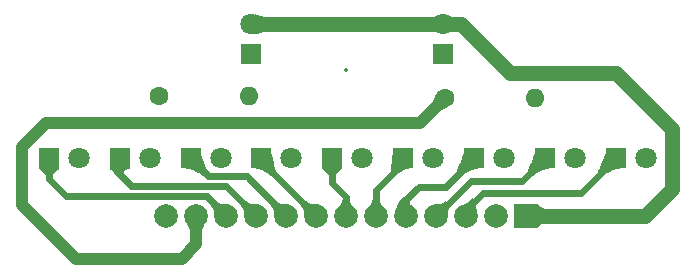
<source format=gbl>
%TF.GenerationSoftware,KiCad,Pcbnew,8.0.1*%
%TF.CreationDate,2024-06-22T15:26:22+02:00*%
%TF.ProjectId,BMW_E30_VFL_SI_Indicator_LED,424d575f-4533-4305-9f56-464c5f53495f,rev?*%
%TF.SameCoordinates,Original*%
%TF.FileFunction,Copper,L2,Bot*%
%TF.FilePolarity,Positive*%
%FSLAX46Y46*%
G04 Gerber Fmt 4.6, Leading zero omitted, Abs format (unit mm)*
G04 Created by KiCad (PCBNEW 8.0.1) date 2024-06-22 15:26:22*
%MOMM*%
%LPD*%
G01*
G04 APERTURE LIST*
%TA.AperFunction,ComponentPad*%
%ADD10R,1.800000X1.800000*%
%TD*%
%TA.AperFunction,ComponentPad*%
%ADD11C,1.800000*%
%TD*%
%TA.AperFunction,ComponentPad*%
%ADD12R,2.000000X2.000000*%
%TD*%
%TA.AperFunction,ComponentPad*%
%ADD13C,2.000000*%
%TD*%
%TA.AperFunction,ComponentPad*%
%ADD14C,1.600000*%
%TD*%
%TA.AperFunction,ComponentPad*%
%ADD15O,1.600000X1.600000*%
%TD*%
%TA.AperFunction,Conductor*%
%ADD16C,0.600000*%
%TD*%
%TA.AperFunction,Conductor*%
%ADD17C,1.000000*%
%TD*%
%TA.AperFunction,Conductor*%
%ADD18C,1.300000*%
%TD*%
%ADD19C,0.350000*%
G04 APERTURE END LIST*
D10*
%TO.P,D5,1,K*%
%TO.N,Net-(D5-K)*%
X149125000Y-85500000D03*
D11*
%TO.P,D5,2,A*%
%TO.N,Net-(D1-A)*%
X151665000Y-85500000D03*
%TD*%
D10*
%TO.P,D9,1,K*%
%TO.N,Net-(D9-K)*%
X125125000Y-85500000D03*
D11*
%TO.P,D9,2,A*%
%TO.N,Net-(D1-A)*%
X127665000Y-85500000D03*
%TD*%
D10*
%TO.P,D11,1,K*%
%TO.N,Net-(D11-K)*%
X142250000Y-76650000D03*
D11*
%TO.P,D11,2,A*%
%TO.N,Net-(D10-A)*%
X142250000Y-74110000D03*
%TD*%
D10*
%TO.P,D1,1,K*%
%TO.N,Net-(D1-K)*%
X173125000Y-85500000D03*
D11*
%TO.P,D1,2,A*%
%TO.N,Net-(D1-A)*%
X175665000Y-85500000D03*
%TD*%
D10*
%TO.P,D4,1,K*%
%TO.N,Net-(D4-K)*%
X155125000Y-85500000D03*
D11*
%TO.P,D4,2,A*%
%TO.N,Net-(D1-A)*%
X157665000Y-85500000D03*
%TD*%
D10*
%TO.P,D10,1,K*%
%TO.N,Net-(D10-K)*%
X158525000Y-76675000D03*
D11*
%TO.P,D10,2,A*%
%TO.N,Net-(D10-A)*%
X158525000Y-74135000D03*
%TD*%
D10*
%TO.P,D6,1,K*%
%TO.N,Net-(D6-K)*%
X143125000Y-85500000D03*
D11*
%TO.P,D6,2,A*%
%TO.N,Net-(D1-A)*%
X145665000Y-85500000D03*
%TD*%
D10*
%TO.P,D7,1,K*%
%TO.N,Net-(D7-K)*%
X137125000Y-85500000D03*
D11*
%TO.P,D7,2,A*%
%TO.N,Net-(D1-A)*%
X139665000Y-85500000D03*
%TD*%
D10*
%TO.P,D8,1,K*%
%TO.N,Net-(D8-K)*%
X131125000Y-85500000D03*
D11*
%TO.P,D8,2,A*%
%TO.N,Net-(D1-A)*%
X133665000Y-85500000D03*
%TD*%
D10*
%TO.P,D3,1,K*%
%TO.N,Net-(D3-K)*%
X161125000Y-85500000D03*
D11*
%TO.P,D3,2,A*%
%TO.N,Net-(D1-A)*%
X163665000Y-85500000D03*
%TD*%
D12*
%TO.P,J1,1,GND_BULB*%
%TO.N,Net-(D10-A)*%
X165540000Y-90360000D03*
D13*
%TO.P,J1,2,GND_LED*%
%TO.N,Net-(D1-A)*%
X163000000Y-90360000D03*
%TO.P,J1,3,LED_R3*%
%TO.N,Net-(D1-K)*%
X160460000Y-90360000D03*
%TO.P,J1,4,LED_R2*%
%TO.N,Net-(D2-K)*%
X157920000Y-90360000D03*
%TO.P,J1,5,LED_R1*%
%TO.N,Net-(D3-K)*%
X155380000Y-90360000D03*
%TO.P,J1,6,LED_Y*%
%TO.N,Net-(D4-K)*%
X152840000Y-90360000D03*
%TO.P,J1,7,LED_G5*%
%TO.N,Net-(D5-K)*%
X150300000Y-90360000D03*
%TO.P,J1,8,LED_G4*%
%TO.N,Net-(D6-K)*%
X147760000Y-90360000D03*
%TO.P,J1,9,LED_G3*%
%TO.N,Net-(D7-K)*%
X145220000Y-90360000D03*
%TO.P,J1,10,LED_G2*%
%TO.N,Net-(D8-K)*%
X142680000Y-90360000D03*
%TO.P,J1,11,LED_G1*%
%TO.N,Net-(D9-K)*%
X140140000Y-90360000D03*
%TO.P,J1,12,BULB_INSPECTION*%
%TO.N,Net-(J1-BULB_INSPECTION)*%
X137600000Y-90360000D03*
%TO.P,J1,13,BULB_OILSERVICE*%
%TO.N,Net-(J1-BULB_OILSERVICE)*%
X135060000Y-90360000D03*
%TD*%
D10*
%TO.P,D2,1,K*%
%TO.N,Net-(D2-K)*%
X167125000Y-85500000D03*
D11*
%TO.P,D2,2,A*%
%TO.N,Net-(D1-A)*%
X169665000Y-85500000D03*
%TD*%
D14*
%TO.P,R2,1*%
%TO.N,Net-(J1-BULB_INSPECTION)*%
X158640000Y-80400000D03*
D15*
%TO.P,R2,2*%
%TO.N,Net-(D10-K)*%
X166260000Y-80400000D03*
%TD*%
D14*
%TO.P,R1,1*%
%TO.N,Net-(J1-BULB_OILSERVICE)*%
X134490000Y-80250000D03*
D15*
%TO.P,R1,2*%
%TO.N,Net-(D11-K)*%
X142110000Y-80250000D03*
%TD*%
D16*
%TO.N,Net-(D1-K)*%
X161901000Y-88410000D02*
X160460000Y-89851000D01*
X160460000Y-89851000D02*
X160460000Y-90360000D01*
X170215000Y-88410000D02*
X161901000Y-88410000D01*
X173125000Y-85500000D02*
X170215000Y-88410000D01*
%TO.N,Net-(D2-K)*%
X160886000Y-87394000D02*
X157920000Y-90360000D01*
X165231000Y-87394000D02*
X160886000Y-87394000D01*
X167125000Y-85500000D02*
X167125000Y-85875000D01*
X167125000Y-85500000D02*
X165231000Y-87394000D01*
%TO.N,Net-(D3-K)*%
X161125000Y-85500000D02*
X158723000Y-87902000D01*
X156440000Y-87902000D02*
X155380000Y-88962000D01*
X155380000Y-88962000D02*
X155380000Y-90360000D01*
X161125000Y-85500000D02*
X161125000Y-85875000D01*
X158723000Y-87902000D02*
X156440000Y-87902000D01*
%TO.N,Net-(D4-K)*%
X155125000Y-85915000D02*
X152840000Y-88200000D01*
X152840000Y-88708000D02*
X152840000Y-90360000D01*
X155125000Y-85500000D02*
X155125000Y-85915000D01*
X152840000Y-88200000D02*
X152840000Y-88708000D01*
%TO.N,Net-(D5-K)*%
X149125000Y-85500000D02*
X149150000Y-85525000D01*
X149125000Y-85500000D02*
X149125000Y-87572000D01*
X149125000Y-87572000D02*
X150300000Y-88747000D01*
X150300000Y-88747000D02*
X150300000Y-90360000D01*
%TO.N,Net-(D6-K)*%
X143125000Y-85725000D02*
X147760000Y-90360000D01*
X143125000Y-85500000D02*
X143125000Y-85725000D01*
%TO.N,Net-(D7-K)*%
X138638000Y-87013000D02*
X141873000Y-87013000D01*
X137125000Y-85500000D02*
X138638000Y-87013000D01*
X141873000Y-87013000D02*
X145220000Y-90360000D01*
%TO.N,Net-(D8-K)*%
X131125000Y-86844000D02*
X132094000Y-87813000D01*
X132094000Y-87813000D02*
X140133000Y-87813000D01*
X131125000Y-85500000D02*
X131125000Y-86844000D01*
X140133000Y-87813000D02*
X142680000Y-90360000D01*
%TO.N,Net-(D9-K)*%
X138494800Y-88714800D02*
X140140000Y-90360000D01*
X125150000Y-85525000D02*
X125150000Y-87250000D01*
X126614800Y-88714800D02*
X138494800Y-88714800D01*
X125150000Y-87250000D02*
X126614800Y-88714800D01*
X125125000Y-85500000D02*
X125150000Y-85525000D01*
D17*
%TO.N,Net-(J1-BULB_INSPECTION)*%
X158640000Y-80400000D02*
X156540000Y-82500000D01*
X124925000Y-82500000D02*
X122900000Y-84525000D01*
X127400000Y-94000000D02*
X136400000Y-94000000D01*
X122900000Y-84525000D02*
X122900000Y-89500000D01*
X136400000Y-94000000D02*
X137600000Y-92800000D01*
X122900000Y-89500000D02*
X127400000Y-94000000D01*
X137600000Y-92800000D02*
X137600000Y-90360000D01*
X156540000Y-82500000D02*
X124925000Y-82500000D01*
D18*
%TO.N,Net-(D10-A)*%
X142300000Y-74160000D02*
X160060000Y-74160000D01*
X173150000Y-78250000D02*
X177900000Y-83000000D01*
X177900000Y-83000000D02*
X177900000Y-88082800D01*
X160060000Y-74160000D02*
X164150000Y-78250000D01*
X164150000Y-78250000D02*
X173150000Y-78250000D01*
X142250000Y-74110000D02*
X142300000Y-74160000D01*
X175622800Y-90360000D02*
X165540000Y-90360000D01*
X177900000Y-88082800D02*
X175622800Y-90360000D01*
%TD*%
%TA.AperFunction,Conductor*%
%TO.N,Net-(D5-K)*%
G36*
X150000000Y-88860000D02*
G01*
X149958622Y-89165152D01*
X149850913Y-89359460D01*
X149701504Y-89512923D01*
X149535028Y-89695542D01*
X149376120Y-89977317D01*
X150300000Y-90361000D01*
X151223880Y-89977317D01*
X151064970Y-89695542D01*
X150898495Y-89512923D01*
X150749086Y-89359460D01*
X150641377Y-89165152D01*
X150600000Y-88860000D01*
X150000000Y-88860000D01*
G37*
%TD.AperFunction*%
%TD*%
%TA.AperFunction,Conductor*%
%TO.N,Net-(D7-K)*%
G36*
X143947208Y-89511472D02*
G01*
X144133725Y-89756505D01*
X144194959Y-89970063D01*
X144197826Y-90184225D01*
X144209241Y-90431072D01*
X144296120Y-90742683D01*
X145220707Y-90360707D01*
X145602683Y-89436120D01*
X145291072Y-89349241D01*
X145044225Y-89337826D01*
X144830063Y-89334959D01*
X144616505Y-89273725D01*
X144371472Y-89087208D01*
X143947208Y-89511472D01*
G37*
%TD.AperFunction*%
%TD*%
%TA.AperFunction,Conductor*%
%TO.N,Net-(D10-A)*%
G36*
X158920027Y-74810000D02*
G01*
X159013030Y-74719286D01*
X158692673Y-74524636D01*
X158203162Y-74342284D01*
X157788704Y-74288465D01*
X157693508Y-74479415D01*
X158526000Y-74135000D01*
X157693508Y-74479415D01*
X158010976Y-74655913D01*
X158479594Y-74450163D01*
X158912130Y-74059222D01*
X159121352Y-73680148D01*
X158920027Y-73510000D01*
X158920027Y-74810000D01*
G37*
%TD.AperFunction*%
%TD*%
%TA.AperFunction,Conductor*%
%TO.N,Net-(D3-K)*%
G36*
X160083579Y-86965685D02*
G01*
X160366421Y-86780547D01*
X160649264Y-86631410D01*
X160932106Y-86518274D01*
X161214949Y-86441137D01*
X161497792Y-86400000D01*
X161125707Y-85499293D01*
X160225000Y-85127208D01*
X160111862Y-85482050D01*
X159998725Y-85800893D01*
X159885589Y-86083735D01*
X159772452Y-86330578D01*
X159659315Y-86541421D01*
X160083579Y-86965685D01*
G37*
%TD.AperFunction*%
%TD*%
%TA.AperFunction,Conductor*%
%TO.N,Net-(D6-K)*%
G36*
X146487208Y-89511472D02*
G01*
X146673725Y-89756505D01*
X146734959Y-89970063D01*
X146737826Y-90184225D01*
X146749241Y-90431072D01*
X146836120Y-90742683D01*
X147760707Y-90360707D01*
X148142683Y-89436120D01*
X147831072Y-89349241D01*
X147584225Y-89337826D01*
X147370063Y-89334959D01*
X147156505Y-89273725D01*
X146911472Y-89087208D01*
X146487208Y-89511472D01*
G37*
%TD.AperFunction*%
%TD*%
%TA.AperFunction,Conductor*%
%TO.N,Net-(D8-K)*%
G36*
X131376730Y-86671466D02*
G01*
X131506384Y-86575004D01*
X131636038Y-86499626D01*
X131765691Y-86445333D01*
X131895346Y-86412124D01*
X132025000Y-86400000D01*
X131124293Y-85499293D01*
X130250136Y-86400000D01*
X130390602Y-86479830D01*
X130531068Y-86589319D01*
X130671534Y-86728465D01*
X130812000Y-86897268D01*
X130952466Y-87095730D01*
X131376730Y-86671466D01*
G37*
%TD.AperFunction*%
%TD*%
%TA.AperFunction,Conductor*%
%TO.N,Net-(D4-K)*%
G36*
X154498579Y-86965685D02*
G01*
X154720046Y-86780547D01*
X154941513Y-86631410D01*
X155162979Y-86518274D01*
X155384446Y-86441137D01*
X155605914Y-86400000D01*
X155125707Y-85499293D01*
X154225000Y-85227014D01*
X154194863Y-85561895D01*
X154164726Y-85860776D01*
X154134588Y-86123658D01*
X154104451Y-86350539D01*
X154074315Y-86541421D01*
X154498579Y-86965685D01*
G37*
%TD.AperFunction*%
%TD*%
%TA.AperFunction,Conductor*%
%TO.N,Net-(D8-K)*%
G36*
X141407208Y-89511472D02*
G01*
X141593725Y-89756505D01*
X141654959Y-89970063D01*
X141657826Y-90184225D01*
X141669241Y-90431072D01*
X141756120Y-90742683D01*
X142680707Y-90360707D01*
X143062683Y-89436120D01*
X142751072Y-89349241D01*
X142504225Y-89337826D01*
X142290063Y-89334959D01*
X142076505Y-89273725D01*
X141831472Y-89087208D01*
X141407208Y-89511472D01*
G37*
%TD.AperFunction*%
%TD*%
%TA.AperFunction,Conductor*%
%TO.N,Net-(D9-K)*%
G36*
X138867208Y-89511472D02*
G01*
X139053725Y-89756505D01*
X139114959Y-89970063D01*
X139117826Y-90184225D01*
X139129241Y-90431072D01*
X139216120Y-90742683D01*
X140140707Y-90360707D01*
X140522683Y-89436120D01*
X140211072Y-89349241D01*
X139964225Y-89337826D01*
X139750063Y-89334959D01*
X139536505Y-89273725D01*
X139291472Y-89087208D01*
X138867208Y-89511472D01*
G37*
%TD.AperFunction*%
%TD*%
%TA.AperFunction,Conductor*%
%TO.N,Net-(D1-K)*%
G36*
X172083579Y-86965685D02*
G01*
X172366421Y-86780547D01*
X172649264Y-86631410D01*
X172932106Y-86518274D01*
X173214949Y-86441137D01*
X173497792Y-86400000D01*
X173125707Y-85499293D01*
X172225000Y-85127208D01*
X172111862Y-85482050D01*
X171998725Y-85800893D01*
X171885589Y-86083735D01*
X171772452Y-86330578D01*
X171659315Y-86541421D01*
X172083579Y-86965685D01*
G37*
%TD.AperFunction*%
%TD*%
%TA.AperFunction,Conductor*%
%TO.N,Net-(D4-K)*%
G36*
X152540000Y-88860000D02*
G01*
X152498622Y-89165152D01*
X152390913Y-89359460D01*
X152241504Y-89512923D01*
X152075028Y-89695542D01*
X151916120Y-89977317D01*
X152840000Y-90361000D01*
X153763880Y-89977317D01*
X153604970Y-89695542D01*
X153438495Y-89512923D01*
X153289086Y-89359460D01*
X153181377Y-89165152D01*
X153140000Y-88860000D01*
X152540000Y-88860000D01*
G37*
%TD.AperFunction*%
%TD*%
%TA.AperFunction,Conductor*%
%TO.N,Net-(D10-A)*%
G36*
X143640054Y-73510000D02*
G01*
X143373176Y-73505596D01*
X143183140Y-73487531D01*
X143021979Y-73448517D01*
X142841726Y-73381271D01*
X142594415Y-73278508D01*
X142249000Y-74110000D01*
X142250000Y-75010000D01*
X142596794Y-74989200D01*
X142840413Y-74939600D01*
X143049640Y-74880399D01*
X143293259Y-74830800D01*
X143640054Y-74810000D01*
X143640054Y-73510000D01*
G37*
%TD.AperFunction*%
%TD*%
%TA.AperFunction,Conductor*%
%TO.N,Net-(D5-K)*%
G36*
X149425000Y-86900000D02*
G01*
X149545000Y-86753138D01*
X149665000Y-86629707D01*
X149784999Y-86529707D01*
X149905000Y-86453138D01*
X150025000Y-86400000D01*
X149125000Y-85499000D01*
X148225000Y-86400000D01*
X148345000Y-86453138D01*
X148465000Y-86529707D01*
X148584999Y-86629707D01*
X148705000Y-86753138D01*
X148825000Y-86900000D01*
X149425000Y-86900000D01*
G37*
%TD.AperFunction*%
%TD*%
%TA.AperFunction,Conductor*%
%TO.N,Net-(D6-K)*%
G36*
X144365685Y-86541421D02*
G01*
X144297547Y-86340766D01*
X144229410Y-86104112D01*
X144161274Y-85831458D01*
X144093137Y-85522804D01*
X144025000Y-85178150D01*
X143124293Y-85499293D01*
X142699183Y-86400000D01*
X142947630Y-86441137D01*
X143196078Y-86518274D01*
X143444525Y-86631410D01*
X143692973Y-86780547D01*
X143941421Y-86965685D01*
X144365685Y-86541421D01*
G37*
%TD.AperFunction*%
%TD*%
%TA.AperFunction,Conductor*%
%TO.N,Net-(D2-K)*%
G36*
X158768528Y-89087208D02*
G01*
X158523494Y-89273725D01*
X158309936Y-89334959D01*
X158095773Y-89337826D01*
X157848927Y-89349241D01*
X157537317Y-89436120D01*
X157919293Y-90360707D01*
X158843880Y-90742683D01*
X158930757Y-90431072D01*
X158942172Y-90184225D01*
X158945039Y-89970063D01*
X159006274Y-89756505D01*
X159192792Y-89511472D01*
X158768528Y-89087208D01*
G37*
%TD.AperFunction*%
%TD*%
%TA.AperFunction,Conductor*%
%TO.N,Net-(J1-BULB_INSPECTION)*%
G36*
X158088457Y-81658649D02*
G01*
X158269328Y-81486894D01*
X158410114Y-81377869D01*
X158546234Y-81302766D01*
X158713105Y-81232780D01*
X158946147Y-81139104D01*
X158640707Y-80399293D01*
X157900896Y-80093853D01*
X157807219Y-80326894D01*
X157737232Y-80493765D01*
X157662130Y-80629884D01*
X157553104Y-80770671D01*
X157381351Y-80951543D01*
X158088457Y-81658649D01*
G37*
%TD.AperFunction*%
%TD*%
%TA.AperFunction,Conductor*%
%TO.N,Net-(D2-K)*%
G36*
X166083579Y-86965685D02*
G01*
X166366421Y-86780547D01*
X166649264Y-86631410D01*
X166932106Y-86518274D01*
X167214949Y-86441137D01*
X167497792Y-86400000D01*
X167125707Y-85499293D01*
X166225000Y-85127208D01*
X166111862Y-85482050D01*
X165998725Y-85800893D01*
X165885589Y-86083735D01*
X165772452Y-86330578D01*
X165659315Y-86541421D01*
X166083579Y-86965685D01*
G37*
%TD.AperFunction*%
%TD*%
%TA.AperFunction,Conductor*%
%TO.N,Net-(D9-K)*%
G36*
X125450000Y-86900000D02*
G01*
X125565000Y-86754280D01*
X125680000Y-86631421D01*
X125794999Y-86531421D01*
X125909999Y-86454281D01*
X126025000Y-86400000D01*
X125125000Y-85499000D01*
X124240934Y-86400000D01*
X124362747Y-86452719D01*
X124484560Y-86529079D01*
X124606373Y-86629079D01*
X124728186Y-86752719D01*
X124850000Y-86900000D01*
X125450000Y-86900000D01*
G37*
%TD.AperFunction*%
%TD*%
%TA.AperFunction,Conductor*%
%TO.N,Net-(D3-K)*%
G36*
X155239993Y-88677744D02*
G01*
X154980300Y-88951642D01*
X154815900Y-89165086D01*
X154702958Y-89371537D01*
X154597642Y-89624459D01*
X154456120Y-89977317D01*
X155379293Y-90360707D01*
X156087107Y-89652893D01*
X155925276Y-89524888D01*
X155761481Y-89423624D01*
X155636317Y-89331274D01*
X155590378Y-89230011D01*
X155664256Y-89102007D01*
X155239993Y-88677744D01*
G37*
%TD.AperFunction*%
%TD*%
%TA.AperFunction,Conductor*%
%TO.N,Net-(J1-BULB_INSPECTION)*%
G36*
X138100000Y-91860000D02*
G01*
X138122132Y-91567349D01*
X138183352Y-91367563D01*
X138275894Y-91202371D01*
X138391992Y-91013501D01*
X138523880Y-90742683D01*
X137600000Y-90359000D01*
X136676120Y-90742683D01*
X136808007Y-91013501D01*
X136924105Y-91202371D01*
X137016647Y-91367563D01*
X137077867Y-91567349D01*
X137100000Y-91860000D01*
X138100000Y-91860000D01*
G37*
%TD.AperFunction*%
%TD*%
%TA.AperFunction,Conductor*%
%TO.N,Net-(D1-K)*%
G36*
X161003405Y-88883331D02*
G01*
X160808494Y-89067434D01*
X160656178Y-89183207D01*
X160508708Y-89262206D01*
X160328337Y-89335991D01*
X160077317Y-89436120D01*
X160459293Y-90360707D01*
X161460000Y-90360000D01*
X161420900Y-90084129D01*
X161341409Y-89869336D01*
X161278234Y-89687238D01*
X161288084Y-89509452D01*
X161427669Y-89307595D01*
X161003405Y-88883331D01*
G37*
%TD.AperFunction*%
%TD*%
%TA.AperFunction,Conductor*%
%TO.N,Net-(D10-A)*%
G36*
X167040000Y-89710000D02*
G01*
X166939999Y-89676619D01*
X166839999Y-89624928D01*
X166740000Y-89554928D01*
X166640000Y-89466619D01*
X166540000Y-89360000D01*
X165539000Y-90360000D01*
X166540000Y-91360000D01*
X166640000Y-91253380D01*
X166740000Y-91165071D01*
X166839999Y-91095071D01*
X166939999Y-91043380D01*
X167040000Y-91010000D01*
X167040000Y-89710000D01*
G37*
%TD.AperFunction*%
%TD*%
%TA.AperFunction,Conductor*%
%TO.N,Net-(D7-K)*%
G36*
X138590685Y-86541421D02*
G01*
X138477547Y-86330578D01*
X138364410Y-86083735D01*
X138251274Y-85800893D01*
X138138137Y-85482050D01*
X138025000Y-85127208D01*
X137124293Y-85499293D01*
X136752208Y-86400000D01*
X137035050Y-86441137D01*
X137317893Y-86518274D01*
X137600735Y-86631410D01*
X137883578Y-86780547D01*
X138166421Y-86965685D01*
X138590685Y-86541421D01*
G37*
%TD.AperFunction*%
%TD*%
D19*
X149125000Y-85500000D03*
X151665000Y-85500000D03*
X125125000Y-85500000D03*
X127665000Y-85500000D03*
X142250000Y-76650000D03*
X142250000Y-74110000D03*
X173125000Y-85500000D03*
X175665000Y-85500000D03*
X155125000Y-85500000D03*
X157665000Y-85500000D03*
X158525000Y-76675000D03*
X158525000Y-74135000D03*
X143125000Y-85500000D03*
X145665000Y-85500000D03*
X137125000Y-85500000D03*
X139665000Y-85500000D03*
X131125000Y-85500000D03*
X133665000Y-85500000D03*
X161125000Y-85500000D03*
X163665000Y-85500000D03*
X150300000Y-78000000D03*
X165540000Y-90360000D03*
X163000000Y-90360000D03*
X160460000Y-90360000D03*
X157920000Y-90360000D03*
X155380000Y-90360000D03*
X152840000Y-90360000D03*
X150300000Y-90360000D03*
X147760000Y-90360000D03*
X145220000Y-90360000D03*
X142680000Y-90360000D03*
X140140000Y-90360000D03*
X137600000Y-90360000D03*
X135060000Y-90360000D03*
X167125000Y-85500000D03*
X169665000Y-85500000D03*
X158640000Y-80400000D03*
X166260000Y-80400000D03*
X134490000Y-80250000D03*
X142110000Y-80250000D03*
M02*

</source>
